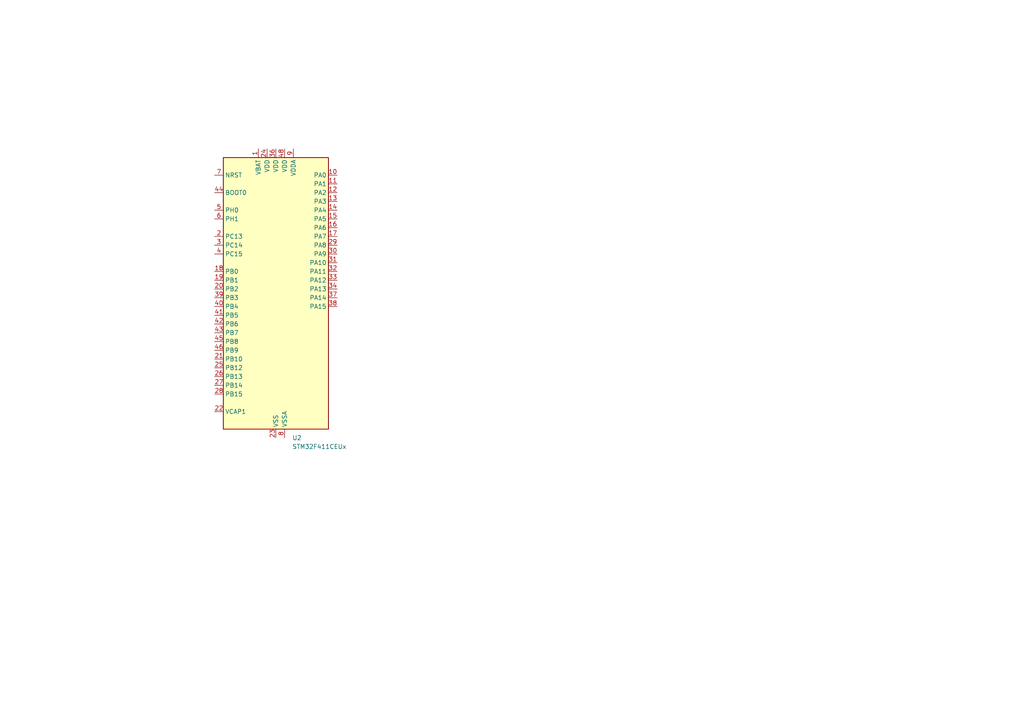
<source format=kicad_sch>
(kicad_sch (version 20231120) (generator "eeschema") (generator_version "8.0")
  (paper "A4")
  (lib_symbols
    (symbol "MCU_ST_STM32F4:STM32F411CEUx"
      (property "Reference" "U" (at -15.24 41.91 0))
      (property "Value" "STM32F411CEUx" (at 7.62 41.91 0))
      (symbol "STM32F411CEUx_0_1"
        (rectangle (start -15.24 -38.1) (end 15.24 40.64) (stroke (width 0.254)) (fill (type background)))
      )
      (symbol "STM32F411CEUx_1_1"
        (pin power_in line (at -5.08 43.18 270) (length 2.54) (name "VBAT") (number "1"))
        (pin bidirectional line (at 17.78 35.56 180) (length 2.54) (name "PA0") (number "10"))
        (pin bidirectional line (at 17.78 33.02 180) (length 2.54) (name "PA1") (number "11"))
        (pin bidirectional line (at 17.78 30.48 180) (length 2.54) (name "PA2") (number "12"))
        (pin bidirectional line (at 17.78 27.94 180) (length 2.54) (name "PA3") (number "13"))
        (pin bidirectional line (at 17.78 25.4 180) (length 2.54) (name "PA4") (number "14"))
        (pin bidirectional line (at 17.78 22.86 180) (length 2.54) (name "PA5") (number "15"))
        (pin bidirectional line (at 17.78 20.32 180) (length 2.54) (name "PA6") (number "16"))
        (pin bidirectional line (at 17.78 17.78 180) (length 2.54) (name "PA7") (number "17"))
        (pin bidirectional line (at -17.78 7.62 0) (length 2.54) (name "PB0") (number "18"))
        (pin bidirectional line (at -17.78 5.08 0) (length 2.54) (name "PB1") (number "19"))
        (pin bidirectional line (at -17.78 17.78 0) (length 2.54) (name "PC13") (number "2"))
        (pin bidirectional line (at -17.78 2.54 0) (length 2.54) (name "PB2") (number "20"))
        (pin bidirectional line (at -17.78 -17.78 0) (length 2.54) (name "PB10") (number "21"))
        (pin power_out line (at -17.78 -33.02 0) (length 2.54) (name "VCAP1") (number "22"))
        (pin power_in line (at 0 -40.64 90) (length 2.54) (name "VSS") (number "23"))
        (pin power_in line (at -2.54 43.18 270) (length 2.54) (name "VDD") (number "24"))
        (pin bidirectional line (at -17.78 -20.32 0) (length 2.54) (name "PB12") (number "25"))
        (pin bidirectional line (at -17.78 -22.86 0) (length 2.54) (name "PB13") (number "26"))
        (pin bidirectional line (at -17.78 -25.4 0) (length 2.54) (name "PB14") (number "27"))
        (pin bidirectional line (at -17.78 -27.94 0) (length 2.54) (name "PB15") (number "28"))
        (pin bidirectional line (at 17.78 15.24 180) (length 2.54) (name "PA8") (number "29"))
        (pin bidirectional line (at -17.78 15.24 0) (length 2.54) (name "PC14") (number "3"))
        (pin bidirectional line (at 17.78 12.7 180) (length 2.54) (name "PA9") (number "30"))
        (pin bidirectional line (at 17.78 10.16 180) (length 2.54) (name "PA10") (number "31"))
        (pin bidirectional line (at 17.78 7.62 180) (length 2.54) (name "PA11") (number "32"))
        (pin bidirectional line (at 17.78 5.08 180) (length 2.54) (name "PA12") (number "33"))
        (pin bidirectional line (at 17.78 2.54 180) (length 2.54) (name "PA13") (number "34"))
        (pin passive line (at 0 -40.64 90) (length 2.54) hide (name "VSS") (number "35"))
        (pin power_in line (at 0 43.18 270) (length 2.54) (name "VDD") (number "36"))
        (pin bidirectional line (at 17.78 0 180) (length 2.54) (name "PA14") (number "37"))
        (pin bidirectional line (at 17.78 -2.54 180) (length 2.54) (name "PA15") (number "38"))
        (pin bidirectional line (at -17.78 0 0) (length 2.54) (name "PB3") (number "39"))
        (pin bidirectional line (at -17.78 12.7 0) (length 2.54) (name "PC15") (number "4"))
        (pin bidirectional line (at -17.78 -2.54 0) (length 2.54) (name "PB4") (number "40"))
        (pin bidirectional line (at -17.78 -5.08 0) (length 2.54) (name "PB5") (number "41"))
        (pin bidirectional line (at -17.78 -7.62 0) (length 2.54) (name "PB6") (number "42"))
        (pin bidirectional line (at -17.78 -10.16 0) (length 2.54) (name "PB7") (number "43"))
        (pin input line (at -17.78 30.48 0) (length 2.54) (name "BOOT0") (number "44"))
        (pin bidirectional line (at -17.78 -12.7 0) (length 2.54) (name "PB8") (number "45"))
        (pin bidirectional line (at -17.78 -15.24 0) (length 2.54) (name "PB9") (number "46"))
        (pin passive line (at 0 -40.64 90) (length 2.54) hide (name "VSS") (number "47"))
        (pin power_in line (at 2.54 43.18 270) (length 2.54) (name "VDD") (number "48"))
        (pin passive line (at 0 -40.64 90) (length 2.54) hide (name "VSS") (number "49"))
        (pin bidirectional line (at -17.78 25.4 0) (length 2.54) (name "PH0") (number "5"))
        (pin bidirectional line (at -17.78 22.86 0) (length 2.54) (name "PH1") (number "6"))
        (pin input line (at -17.78 35.56 0) (length 2.54) (name "NRST") (number "7"))
        (pin power_in line (at 2.54 -40.64 90) (length 2.54) (name "VSSA") (number "8"))
        (pin power_in line (at 5.08 43.18 270) (length 2.54) (name "VDDA") (number "9"))
      )
    )
  )
  (symbol (lib_id "MCU_ST_STM32F4:STM32F411CEUx") (at 80.01 86.36 0) (unit 1)
    (property "Reference" "U2" (at 84.7441 127 0) (effects (justify left)))
    (property "Value" "STM32F411CEUx" (at 84.7441 129.54 0) (effects (justify left)))
    (property "Footprint" "Package_DFN_QFN:QFN-48-1EP_7x7mm_P0.5mm_EP5.6x5.6mm" (effects (hide yes)))
    (property "Datasheet" "https://www.st.com/resource/en/datasheet/stm32f411ce.pdf" (effects (hide yes)))
    (property "Description" "STMicroelectronics Arm Cortex-M4 MCU, 512KB flash, 128KB RAM, 100 MHz, 1.7-3.6V, 36 GPIO, UFQFPN48" (effects (hide yes)))
  )
)
</source>
